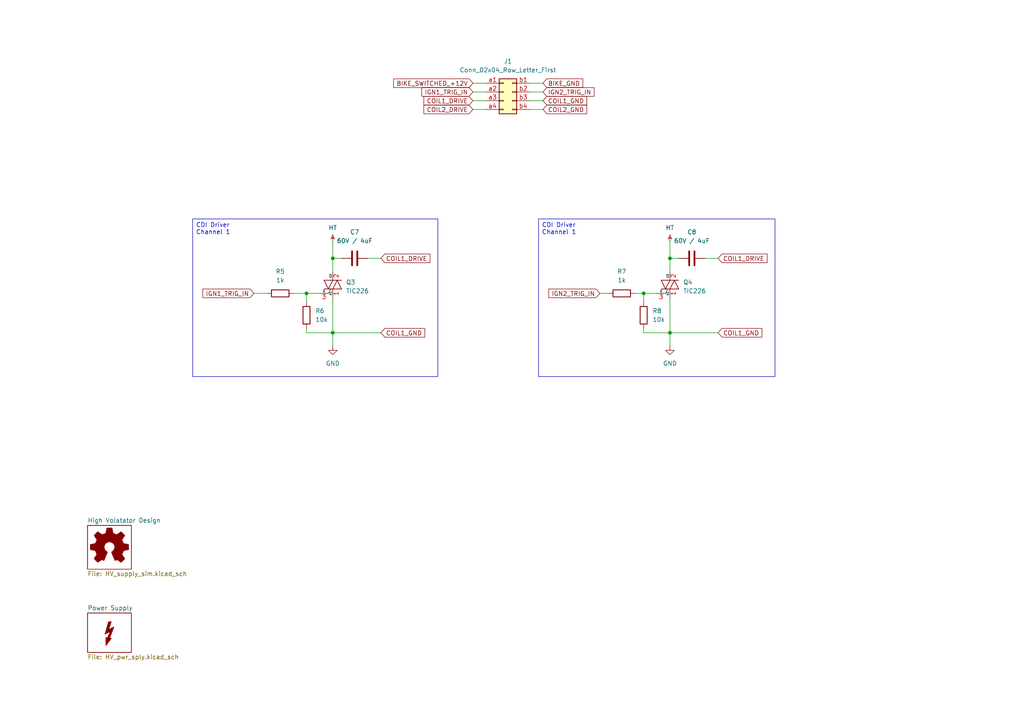
<source format=kicad_sch>
(kicad_sch (version 20231120) (generator "eeschema") (generator_version "8.0")
  (paper "A4")
  (lib_symbols
    (symbol "Connector_Generic:Conn_02x04_Row_Letter_First" (pin_names (offset 1.016) hide)
      (property "Reference" "J" (at 1.27 5.08 0))
      (property "Value" "Conn_02x04_Row_Letter_First" (at 1.27 -7.62 0))
      (symbol "Conn_02x04_Row_Letter_First_1_1"
        (rectangle (start -1.27 -4.953) (end 0 -5.207) (stroke (width 0.1524)))
        (rectangle (start -1.27 -2.413) (end 0 -2.667) (stroke (width 0.1524)))
        (rectangle (start -1.27 0.127) (end 0 -0.127) (stroke (width 0.1524)))
        (rectangle (start -1.27 2.667) (end 0 2.413) (stroke (width 0.1524)))
        (rectangle (start -1.27 3.81) (end 3.81 -6.35) (stroke (width 0.254)) (fill (type background)))
        (rectangle (start 3.81 -4.953) (end 2.54 -5.207) (stroke (width 0.1524)))
        (rectangle (start 3.81 -2.413) (end 2.54 -2.667) (stroke (width 0.1524)))
        (rectangle (start 3.81 0.127) (end 2.54 -0.127) (stroke (width 0.1524)))
        (rectangle (start 3.81 2.667) (end 2.54 2.413) (stroke (width 0.1524)))
        (pin passive line (at -5.08 2.54 0) (length 3.81) (name "Pin_a1") (number "a1"))
        (pin passive line (at -5.08 0 0) (length 3.81) (name "Pin_a2") (number "a2"))
        (pin passive line (at -5.08 -2.54 0) (length 3.81) (name "Pin_a3") (number "a3"))
        (pin passive line (at -5.08 -5.08 0) (length 3.81) (name "Pin_a4") (number "a4"))
        (pin passive line (at 7.62 2.54 180) (length 3.81) (name "Pin_b1") (number "b1"))
        (pin passive line (at 7.62 0 180) (length 3.81) (name "Pin_b2") (number "b2"))
        (pin passive line (at 7.62 -2.54 180) (length 3.81) (name "Pin_b3") (number "b3"))
        (pin passive line (at 7.62 -5.08 180) (length 3.81) (name "Pin_b4") (number "b4"))
      )
    )
    (symbol "Device:C" (pin_numbers hide) (pin_names (offset 0.254))
      (property "Reference" "C" (at 0.635 2.54 0))
      (property "Value" "C" (at 0.635 -2.54 0))
      (symbol "C_0_1"
        (polyline (pts (xy -2.032 -0.762) (xy 2.032 -0.762)) (stroke (width 0.508)))
        (polyline (pts (xy -2.032 0.762) (xy 2.032 0.762)) (stroke (width 0.508)))
      )
      (symbol "C_1_1"
        (pin passive line (at 0 3.81 270) (length 2.794) (name "~") (number "1"))
        (pin passive line (at 0 -3.81 90) (length 2.794) (name "~") (number "2"))
      )
    )
    (symbol "Device:R" (pin_numbers hide) (pin_names (offset 0))
      (property "Reference" "R" (at 2.032 0 90))
      (property "Value" "R" (at 0 0 90))
      (symbol "R_0_1"
        (rectangle (start -1.016 -2.54) (end 1.016 2.54) (stroke (width 0.254)))
      )
      (symbol "R_1_1"
        (pin passive line (at 0 3.81 270) (length 1.27) (name "~") (number "1"))
        (pin passive line (at 0 -3.81 90) (length 1.27) (name "~") (number "2"))
      )
    )
    (symbol "Graphic:Logo_Open_Hardware_Small" (in_bom no) (on_board no)
      (symbol "Logo_Open_Hardware_Small_0_1"
        (polyline (pts (xy 3.3528 -4.3434) (xy 3.302 -4.318) (xy 3.175 -4.2418) (xy 2.9972 -4.1148) (xy 2.7686 -3.9624) (xy 2.54 -3.81) (xy 2.3622 -3.7084) (xy 2.2352 -3.6068) (xy 2.1844 -3.5814) (xy 2.159 -3.6068) (xy 2.0574 -3.6576) (xy 1.905 -3.7338) (xy 1.8034 -3.7846) (xy 1.6764 -3.8354) (xy 1.6002 -3.8354) (xy 1.6002 -3.8354) (xy 1.5494 -3.7338) (xy 1.4732 -3.5306) (xy 1.3462 -3.302) (xy 1.2446 -3.0226) (xy 1.1176 -2.7178) (xy 0.9652 -2.413) (xy 0.8636 -2.1082) (xy 0.7366 -1.8288) (xy 0.6604 -1.6256) (xy 0.6096 -1.4732) (xy 0.5842 -1.397) (xy 0.5842 -1.397) (xy 0.6604 -1.3208) (xy 0.7874 -1.2446) (xy 1.0414 -1.016) (xy 1.2954 -0.6858) (xy 1.4478 -0.3302) (xy 1.524 0.0762) (xy 1.4732 0.4572) (xy 1.3208 0.8128) (xy 1.0668 1.143) (xy 0.762 1.3716) (xy 0.4064 1.524) (xy 0 1.5748) (xy -0.381 1.5494) (xy -0.7366 1.397) (xy -1.0668 1.143) (xy -1.2192 0.9906) (xy -1.397 0.6604) (xy -1.524 0.3048) (xy -1.524 0.2286) (xy -1.4986 -0.1778) (xy -1.397 -0.5334) (xy -1.1938 -0.8636) (xy -0.9144 -1.143) (xy -0.8636 -1.1684) (xy -0.7366 -1.27) (xy -0.635 -1.3462) (xy -0.5842 -1.397) (xy -1.0668 -2.5908) (xy -1.143 -2.794) (xy -1.2954 -3.1242) (xy -1.397 -3.4036) (xy -1.4986 -3.6322) (xy -1.5748 -3.7846) (xy -1.6002 -3.8354) (xy -1.6002 -3.8354) (xy -1.651 -3.8354) (xy -1.7272 -3.81) (xy -1.905 -3.7338) (xy -2.0066 -3.683) (xy -2.1336 -3.6068) (xy -2.2098 -3.5814) (xy -2.2606 -3.6068) (xy -2.3622 -3.683) (xy -2.54 -3.81) (xy -2.7686 -3.9624) (xy -2.9718 -4.0894) (xy -3.1496 -4.2164) (xy -3.302 -4.318) (xy -3.3528 -4.3434) (xy -3.3782 -4.3434) (xy -3.429 -4.318) (xy -3.5306 -4.2164) (xy -3.7084 -4.064) (xy -3.937 -3.8354) (xy -3.9624 -3.81) (xy -4.1656 -3.6068) (xy -4.318 -3.4544) (xy -4.4196 -3.3274) (xy -4.445 -3.2766) (xy -4.445 -3.2766) (xy -4.4196 -3.2258) (xy -4.318 -3.0734) (xy -4.2164 -2.8956) (xy -4.064 -2.667) (xy -3.6576 -2.0828) (xy -3.8862 -1.5494) (xy -3.937 -1.3716) (xy -4.0386 -1.1684) (xy -4.0894 -1.0414) (xy -4.1148 -0.9652) (xy -4.191 -0.9398) (xy -4.318 -0.9144) (xy -4.5466 -0.8636) (xy -4.8006 -0.8128) (xy -5.0546 -0.7874) (xy -5.2578 -0.7366) (xy -5.4356 -0.7112) (xy -5.5118 -0.6858) (xy -5.5118 -0.6858) (xy -5.5372 -0.635) (xy -5.5372 -0.5588) (xy -5.5372 -0.4318) (xy -5.5626 -0.2286) (xy -5.5626 0.0762) (xy -5.5626 0.127) (xy -5.5372 0.4064) (xy -5.5372 0.635) (xy -5.5372 0.762) (xy -5.5372 0.8382) (xy -5.5372 0.8382) (xy -5.461 0.8382) (xy -5.3086 0.889) (xy -5.08 0.9144) (xy -4.826 0.9652) (xy -4.8006 0.9906) (xy -4.5466 1.0414) (xy -4.318 1.0668) (xy -4.1656 1.1176) (xy -4.0894 1.143) (xy -4.0894 1.143) (xy -4.0386 1.2446) (xy -3.9624 1.4224) (xy -3.8608 1.6256) (xy -3.7846 1.8288) (xy -3.7084 2.0066) (xy -3.6576 2.159) (xy -3.6322 2.2098) (xy -3.6322 2.2098) (xy -3.683 2.286) (xy -3.7592 2.413) (xy -3.8862 2.5908) (xy -4.064 2.8194) (xy -4.064 2.8448) (xy -4.2164 3.0734) (xy -4.3434 3.2512) (xy -4.4196 3.3782) (xy -4.445 3.4544) (xy -4.445 3.4544) (xy -4.3942 3.5052) (xy -4.2926 3.6322) (xy -4.1148 3.81) (xy -3.937 4.0132) (xy -3.8608 4.064) (xy -3.6576 4.2926) (xy -3.5052 4.4196) (xy -3.4036 4.4958) (xy -3.3528 4.5212) (xy -3.3528 4.5212) (xy -3.302 4.4704) (xy -3.1496 4.3688) (xy -2.9718 4.2418) (xy -2.7432 4.0894) (xy -2.7178 4.0894) (xy -2.4892 3.937) (xy -2.3114 3.81) (xy -2.1844 3.7084) (xy -2.1336 3.683) (xy -2.1082 3.683) (xy -2.032 3.7084) (xy -1.8542 3.7592) (xy -1.6764 3.8354) (xy -1.4732 3.937) (xy -1.27 4.0132) (xy -1.143 4.064) (xy -1.0668 4.1148) (xy -1.0668 4.1148) (xy -1.0414 4.191) (xy -1.016 4.3434) (xy -0.9652 4.572) (xy -0.9144 4.8514) (xy -0.889 4.9022) (xy -0.8382 5.1562) (xy -0.8128 5.3848) (xy -0.7874 5.5372) (xy -0.762 5.588) (xy -0.7112 5.6134) (xy -0.5842 5.6134) (xy -0.4064 5.6134) (xy -0.1524 5.6134) (xy 0.0762 5.6134) (xy 0.3302 5.6134) (xy 0.5334 5.6134) (xy 0.6858 5.588) (xy 0.7366 5.588) (xy 0.7366 5.588) (xy 0.762 5.5118) (xy 0.8128 5.334) (xy 0.8382 5.1054) (xy 0.9144 4.826) (xy 0.9144 4.7752) (xy 0.9652 4.5212) (xy 1.016 4.2926) (xy 1.0414 4.1402) (xy 1.0668 4.0894) (xy 1.0668 4.0894) (xy 1.1938 4.0386) (xy 1.3716 3.9624) (xy 1.5748 3.8608) (xy 2.0828 3.6576) (xy 2.7178 4.0894) (xy 2.7686 4.1402) (xy 2.9972 4.2926) (xy 3.175 4.4196) (xy 3.302 4.4958) (xy 3.3782 4.5212) (xy 3.3782 4.5212) (xy 3.429 4.4704) (xy 3.556 4.3434) (xy 3.7338 4.191) (xy 3.9116 3.9878) (xy 4.064 3.8354) (xy 4.2418 3.6576) (xy 4.3434 3.556) (xy 4.4196 3.4798) (xy 4.4196 3.429) (xy 4.4196 3.4036) (xy 4.3942 3.3274) (xy 4.2926 3.2004) (xy 4.1656 2.9972) (xy 4.0132 2.794) (xy 3.8862 2.5908) (xy 3.7592 2.3876) (xy 3.6576 2.2352) (xy 3.6322 2.159) (xy 3.6322 2.1336) (xy 3.683 2.0066) (xy 3.7592 1.8288) (xy 3.8608 1.6002) (xy 4.064 1.1176) (xy 4.3942 1.0414) (xy 4.5974 1.016) (xy 4.8768 0.9652) (xy 5.1308 0.9144) (xy 5.5372 0.8382) (xy 5.5626 -0.6604) (xy 5.4864 -0.6858) (xy 5.4356 -0.6858) (xy 5.2832 -0.7366) (xy 5.0546 -0.762) (xy 4.8006 -0.8128) (xy 4.5974 -0.8636) (xy 4.3688 -0.9144) (xy 4.2164 -0.9398) (xy 4.1402 -0.9398) (xy 4.1148 -0.9652) (xy 4.064 -1.0668) (xy 3.9878 -1.2446) (xy 3.9116 -1.4478) (xy 3.81 -1.651) (xy 3.7338 -1.8542) (xy 3.683 -2.0066) (xy 3.6576 -2.0828) (xy 3.683 -2.1336) (xy 3.7846 -2.2606) (xy 3.8862 -2.4638) (xy 4.0386 -2.667) (xy 4.191 -2.8956) (xy 4.318 -3.0734) (xy 4.3942 -3.2004) (xy 4.445 -3.2766) (xy 4.4196 -3.3274) (xy 4.3434 -3.429) (xy 4.1656 -3.5814) (xy 3.937 -3.8354) (xy 3.8862 -3.8608) (xy 3.683 -4.064) (xy 3.5306 -4.2164) (xy 3.4036 -4.318) (xy 3.3528 -4.3434)) (fill (type outline)))
      )
    )
    (symbol "Graphic:SYM_Flash_Small" (in_bom no) (on_board no)
      (symbol "SYM_Flash_Small_0_1"
        (polyline (pts (xy 0.508 -1.016) (xy -1.016 -0.762) (xy -1.016 -3.048) (xy 0.508 -1.016)) (stroke (width 0.2032)) (fill (type outline)))
        (polyline (pts (xy -0.254 3.81) (xy 0.508 3.81) (xy -0.254 1.524) (xy 1.27 2.286) (xy 0 -1.016) (xy -0.508 -0.762) (xy 0.254 1.016) (xy -1.27 0.254) (xy -0.254 3.81)) (stroke (width 0.2032)) (fill (type outline)))
      )
    )
    (symbol "Triac_Thyristor:TIC226" (pin_names (offset 0))
      (property "Reference" "Q" (at 5.08 1.905 0))
      (property "Value" "TIC226" (at 5.08 0 0))
      (symbol "TIC226_0_1"
        (polyline (pts (xy -2.54 -1.27) (xy 2.54 -1.27)) (stroke (width 0.2032)))
        (polyline (pts (xy -2.54 1.27) (xy 2.54 1.27)) (stroke (width 0.2032)))
        (polyline (pts (xy -1.27 -2.54) (xy -0.635 -1.27)))
        (polyline (pts (xy -2.54 1.27) (xy -1.27 -1.27) (xy 0 1.27)) (stroke (width 0.2032)))
        (polyline (pts (xy 0 -1.27) (xy 1.27 1.27) (xy 2.54 -1.27)) (stroke (width 0.2032)))
      )
      (symbol "TIC226_1_1"
        (pin passive line (at 0 -3.81 90) (length 2.54) (name "A1") (number "1"))
        (pin passive line (at 0 3.81 270) (length 2.54) (name "A2") (number "2"))
        (pin input line (at -3.81 -2.54 0) (length 2.54) (name "G") (number "3"))
      )
    )
    (symbol "power:GND" (power) (pin_numbers hide) (pin_names (offset 0) hide)
      (property "Value" "GND" (at 0 -3.81 0))
      (symbol "GND_0_1"
        (polyline (pts (xy 0 0) (xy 0 -1.27) (xy 1.27 -1.27) (xy 0 -2.54) (xy -1.27 -1.27) (xy 0 -1.27)))
      )
      (symbol "GND_1_1"
        (pin power_in line (at 0 0 270) (length 0) (name "~") (number "1"))
      )
    )
    (symbol "power:HT" (power) (pin_numbers hide) (pin_names (offset 0) hide)
      (property "Value" "HT" (at 0 3.048 0))
      (symbol "HT_0_0"
        (pin power_in line (at 0 0 90) (length 0) (name "~") (number "1"))
      )
      (symbol "HT_0_1"
        (polyline (pts (xy 0 0) (xy 0 1.016) (xy 0 1.016)))
        (polyline (pts (xy 0 1.016) (xy 0.508 0.508) (xy 0 1.778) (xy -0.508 0.508) (xy 0 1.016) (xy 0 1.016)))
      )
    )
  )
  (junction (at 194.31 96.52))
  (junction (at 96.52 74.93))
  (junction (at 88.9 85.09))
  (junction (at 96.52 96.52))
  (junction (at 186.69 85.09))
  (junction (at 194.31 74.93))
  (wire (pts (xy 153.67 29.21) (xy 157.48 29.21)))
  (wire (pts (xy 96.52 74.93) (xy 96.52 78.74)))
  (wire (pts (xy 186.69 95.25) (xy 186.69 96.52)))
  (wire (pts (xy 96.52 96.52) (xy 96.52 100.33)))
  (wire (pts (xy 173.99 85.09) (xy 176.53 85.09)))
  (wire (pts (xy 194.31 69.85) (xy 194.31 74.93)))
  (wire (pts (xy 88.9 85.09) (xy 88.9 87.63)))
  (wire (pts (xy 73.66 85.09) (xy 77.47 85.09)))
  (wire (pts (xy 184.15 85.09) (xy 186.69 85.09)))
  (wire (pts (xy 194.31 86.36) (xy 194.31 96.52)))
  (wire (pts (xy 194.31 96.52) (xy 194.31 100.33)))
  (wire (pts (xy 137.16 31.75) (xy 140.97 31.75)))
  (wire (pts (xy 153.67 31.75) (xy 157.48 31.75)))
  (wire (pts (xy 137.16 29.21) (xy 140.97 29.21)))
  (wire (pts (xy 96.52 69.85) (xy 96.52 74.93)))
  (wire (pts (xy 204.47 74.93) (xy 208.28 74.93)))
  (wire (pts (xy 96.52 96.52) (xy 110.49 96.52)))
  (wire (pts (xy 106.68 74.93) (xy 110.49 74.93)))
  (wire (pts (xy 194.31 96.52) (xy 208.28 96.52)))
  (wire (pts (xy 88.9 85.09) (xy 92.71 85.09)))
  (wire (pts (xy 194.31 74.93) (xy 194.31 78.74)))
  (wire (pts (xy 88.9 95.25) (xy 88.9 96.52)))
  (wire (pts (xy 194.31 74.93) (xy 196.85 74.93)))
  (wire (pts (xy 88.9 96.52) (xy 96.52 96.52)))
  (wire (pts (xy 96.52 86.36) (xy 96.52 96.52)))
  (wire (pts (xy 186.69 96.52) (xy 194.31 96.52)))
  (wire (pts (xy 186.69 85.09) (xy 190.5 85.09)))
  (wire (pts (xy 153.67 24.13) (xy 157.48 24.13)))
  (wire (pts (xy 153.67 26.67) (xy 157.48 26.67)))
  (wire (pts (xy 137.16 26.67) (xy 140.97 26.67)))
  (wire (pts (xy 85.09 85.09) (xy 88.9 85.09)))
  (wire (pts (xy 96.52 74.93) (xy 99.06 74.93)))
  (wire (pts (xy 186.69 85.09) (xy 186.69 87.63)))
  (wire (pts (xy 137.16 24.13) (xy 140.97 24.13)))
  (text_box "CDI Driver\nChannel 1" (at 55.88 63.5 0) (size 71.12 45.72) (effects (font (size 1.27 1.27)) (justify left top)))
  (text_box "CDI Driver\nChannel 1" (at 156.21 63.5 0) (size 68.58 45.72) (effects (font (size 1.27 1.27)) (justify left top)))
  (global_label "BIKE_SWITCHED_+12V" (shape input) (at 137.16 24.13 180) (property "Intersheetrefs" "${INTERSHEET_REFS}" (effects (hide yes))))
  (global_label "COIL1_DRIVE" (shape input) (at 110.49 74.93 0) (property "Intersheetrefs" "${INTERSHEET_REFS}" (effects (hide yes))))
  (global_label "IGN1_TRIG_IN" (shape input) (at 137.16 26.67 180) (property "Intersheetrefs" "${INTERSHEET_REFS}" (effects (hide yes))))
  (global_label "COIL2_GND" (shape input) (at 157.48 31.75 0) (property "Intersheetrefs" "${INTERSHEET_REFS}" (effects (hide yes))))
  (global_label "BIKE_GND" (shape input) (at 157.48 24.13 0) (property "Intersheetrefs" "${INTERSHEET_REFS}" (effects (hide yes))))
  (global_label "COIL2_DRIVE" (shape input) (at 137.16 31.75 180) (property "Intersheetrefs" "${INTERSHEET_REFS}" (effects (hide yes))))
  (global_label "IGN2_TRIG_IN" (shape input) (at 173.99 85.09 180) (property "Intersheetrefs" "${INTERSHEET_REFS}" (effects (hide yes))))
  (global_label "IGN1_TRIG_IN" (shape input) (at 73.66 85.09 180) (property "Intersheetrefs" "${INTERSHEET_REFS}" (effects (hide yes))))
  (global_label "COIL1_GND" (shape input) (at 157.48 29.21 0) (property "Intersheetrefs" "${INTERSHEET_REFS}" (effects (hide yes))))
  (global_label "COIL1_GND" (shape input) (at 208.28 96.52 0) (property "Intersheetrefs" "${INTERSHEET_REFS}" (effects (hide yes))))
  (global_label "COIL1_GND" (shape input) (at 110.49 96.52 0) (property "Intersheetrefs" "${INTERSHEET_REFS}" (effects (hide yes))))
  (global_label "IGN2_TRIG_IN" (shape input) (at 157.48 26.67 0) (property "Intersheetrefs" "${INTERSHEET_REFS}" (effects (hide yes))))
  (global_label "COIL1_DRIVE" (shape input) (at 208.28 74.93 0) (property "Intersheetrefs" "${INTERSHEET_REFS}" (effects (hide yes))))
  (global_label "COIL1_DRIVE" (shape input) (at 137.16 29.21 180) (property "Intersheetrefs" "${INTERSHEET_REFS}" (effects (hide yes))))
  (symbol (lib_id "Device:R") (at 180.34 85.09 90) (unit 1)
    (property "Reference" "R7" (at 180.34 78.74 90))
    (property "Value" "1k" (at 180.34 81.28 90))
    (property "Footprint" "Resistor_THT:R_Axial_DIN0207_L6.3mm_D2.5mm_P7.62mm_Horizontal" (effects (hide yes)))
    (property "Description" "Resistor" (effects (hide yes)))
  )
  (symbol (lib_id "power:GND") (at 194.31 100.33 0) (unit 1)
    (property "Reference" "#PWR011" (effects (hide yes)))
    (property "Value" "GND" (at 194.31 105.41 0))
    (property "Description" "Power symbol creates a global label with name \"GND\" , ground" (effects (hide yes)))
  )
  (symbol (lib_id "Device:R") (at 88.9 91.44 180) (unit 1)
    (property "Reference" "R6" (at 91.44 90.1699 0) (effects (justify right)))
    (property "Value" "10k" (at 91.44 92.7099 0) (effects (justify right)))
    (property "Footprint" "Resistor_THT:R_Axial_DIN0207_L6.3mm_D2.5mm_P7.62mm_Horizontal" (effects (hide yes)))
    (property "Description" "Resistor" (effects (hide yes)))
  )
  (symbol (lib_id "power:HT") (at 194.31 69.85 0) (unit 1)
    (property "Reference" "#PWR010" (effects (hide yes)))
    (property "Value" "HT" (at 194.31 66.04 0))
    (property "Description" "Power symbol creates a global label with name \"HT\"" (effects (hide yes)))
  )
  (symbol (lib_id "Device:R") (at 186.69 91.44 180) (unit 1)
    (property "Reference" "R8" (at 189.23 90.1699 0) (effects (justify right)))
    (property "Value" "10k" (at 189.23 92.7099 0) (effects (justify right)))
    (property "Footprint" "Resistor_THT:R_Axial_DIN0207_L6.3mm_D2.5mm_P7.62mm_Horizontal" (effects (hide yes)))
    (property "Description" "Resistor" (effects (hide yes)))
  )
  (symbol (lib_id "Device:C") (at 102.87 74.93 90) (unit 1)
    (property "Reference" "C7" (at 102.87 67.31 90))
    (property "Value" "60V / 4uF" (at 102.87 69.85 90))
    (property "Footprint" "Capacitor_THT:C_Rect_L7.0mm_W2.5mm_P5.00mm" (effects (hide yes)))
    (property "Description" "Unpolarized capacitor" (effects (hide yes)))
  )
  (symbol (lib_id "Triac_Thyristor:TIC226") (at 194.31 82.55 0) (unit 1)
    (property "Reference" "Q4" (at 198.12 81.8641 0) (effects (justify left)))
    (property "Value" "TIC226" (at 198.12 84.4041 0) (effects (justify left)))
    (property "Footprint" "Package_TO_SOT_THT:TO-220-3_Vertical" (effects (hide yes)))
    (property "Datasheet" "http://pdf.datasheetcatalog.com/datasheet/PowerInnovations/mXuqxvy.pdf" (effects (hide yes)))
    (property "Description" "8A RMS, 400-800V Off-State Voltage, Triac, TO-220" (effects (hide yes)))
  )
  (symbol (lib_id "Device:R") (at 81.28 85.09 90) (unit 1)
    (property "Reference" "R5" (at 81.28 78.74 90))
    (property "Value" "1k" (at 81.28 81.28 90))
    (property "Footprint" "Resistor_THT:R_Axial_DIN0207_L6.3mm_D2.5mm_P7.62mm_Horizontal" (effects (hide yes)))
    (property "Description" "Resistor" (effects (hide yes)))
  )
  (symbol (lib_id "power:HT") (at 96.52 69.85 0) (unit 1)
    (property "Reference" "#PWR08" (effects (hide yes)))
    (property "Value" "HT" (at 96.52 66.04 0))
    (property "Description" "Power symbol creates a global label with name \"HT\"" (effects (hide yes)))
  )
  (symbol (lib_id "Triac_Thyristor:TIC226") (at 96.52 82.55 0) (unit 1)
    (property "Reference" "Q3" (at 100.33 81.8641 0) (effects (justify left)))
    (property "Value" "TIC226" (at 100.33 84.4041 0) (effects (justify left)))
    (property "Footprint" "Package_TO_SOT_THT:TO-220-3_Vertical" (effects (hide yes)))
    (property "Datasheet" "http://pdf.datasheetcatalog.com/datasheet/PowerInnovations/mXuqxvy.pdf" (effects (hide yes)))
    (property "Description" "8A RMS, 400-800V Off-State Voltage, Triac, TO-220" (effects (hide yes)))
  )
  (symbol (lib_id "Connector_Generic:Conn_02x04_Row_Letter_First") (at 146.05 26.67 0) (unit 1)
    (property "Reference" "J1" (at 147.32 17.78 0))
    (property "Value" "Conn_02x04_Row_Letter_First" (at 147.32 20.32 0))
    (property "Footprint" "Connector_Molex:Molex_Mega-Fit_76825-0008_2x04_P5.70mm_Horizontal" (effects (hide yes)))
    (property "Description" "Generic connector, double row, 02x04, row letter first pin numbering scheme (pin number consists of a letter for the row and a number for the pin index in this row. a1, ..., aN; b1, ..., bN), script generated (kicad-library-utils/schlib/autogen/connector/)" (effects (hide yes)))
  )
  (symbol (lib_id "Graphic:SYM_Flash_Small") (at 31.75 184.15 0) (unit 1) (exclude_from_sim yes) (in_bom no) (on_board no)
    (property "Reference" "#SYM1" (effects (hide yes)))
    (property "Value" "SYM_Flash_Small" (effects (hide yes)))
  )
  (symbol (lib_id "Graphic:Logo_Open_Hardware_Small") (at 31.75 158.75 0) (unit 1) (in_bom no) (on_board no)
    (property "Reference" "#SYM2" (effects (hide yes)))
    (property "Value" "Logo_Open_Hardware_Small" (effects (hide yes)))
    (property "Description" "Open Hardware logo, small" (effects (hide yes)))
    (property "Sim.Enable" "0" (effects (hide yes)))
  )
  (symbol (lib_id "power:GND") (at 96.52 100.33 0) (unit 1)
    (property "Reference" "#PWR09" (effects (hide yes)))
    (property "Value" "GND" (at 96.52 105.41 0))
    (property "Description" "Power symbol creates a global label with name \"GND\" , ground" (effects (hide yes)))
  )
  (symbol (lib_id "Device:C") (at 200.66 74.93 90) (unit 1)
    (property "Reference" "C8" (at 200.66 67.31 90))
    (property "Value" "60V / 4uF" (at 200.66 69.85 90))
    (property "Footprint" "Capacitor_THT:C_Rect_L7.0mm_W2.5mm_P5.00mm" (effects (hide yes)))
    (property "Description" "Unpolarized capacitor" (effects (hide yes)))
  )
  (sheet (at 25.4 177.8) (size 12.7 11.43) (stroke (width 0.1524))
    (property "Sheetname" "Power Supply" (at 25.4 177.0884 0) (effects (justify left bottom)))
    (property "Sheetfile" "HV_pwr_sply.kicad_sch" (at 25.4 189.8146 0) (effects (justify left top)))
  )
  (sheet (at 25.4 152.4) (size 12.7 12.7) (stroke (width 0.1524))
    (property "Sheetname" "High Volatator Design" (at 25.4 151.6884 0) (effects (justify left bottom)))
    (property "Sheetfile" "HV_supply_sim.kicad_sch" (at 25.4 165.6846 0) (effects (justify left top)))
  )
)
</source>
